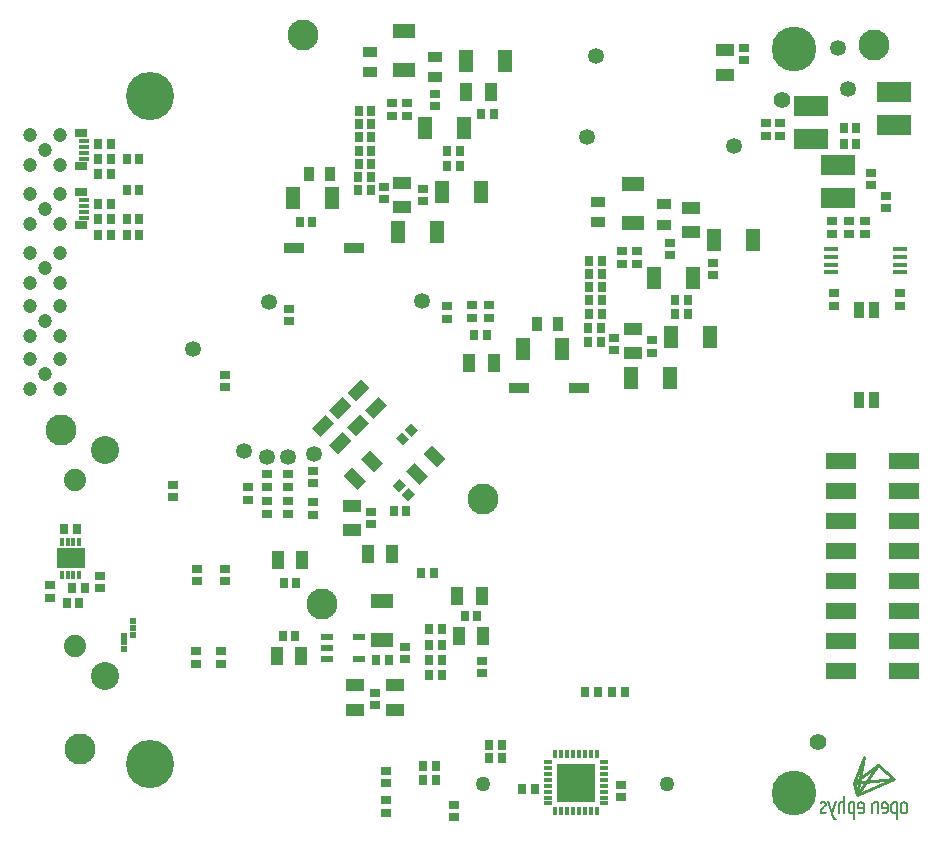
<source format=gbs>
G75*
%MOIN*%
%OFA0B0*%
%FSLAX25Y25*%
%IPPOS*%
%LPD*%
%AMOC8*
5,1,8,0,0,1.08239X$1,22.5*
%
%ADD10C,0.04724*%
%ADD11R,0.03015X0.03315*%
%ADD12R,0.03315X0.03015*%
%ADD13R,0.04115X0.06315*%
%ADD14R,0.05115X0.07715*%
%ADD15R,0.07715X0.05115*%
%ADD16R,0.04515X0.03815*%
%ADD17R,0.03815X0.04515*%
%ADD18C,0.16063*%
%ADD19C,0.07402*%
%ADD20C,0.09370*%
%ADD21R,0.06614X0.03307*%
%ADD22R,0.11315X0.06815*%
%ADD23R,0.06315X0.04115*%
%ADD24C,0.05315*%
%ADD25C,0.10315*%
%ADD26R,0.10315X0.05315*%
%ADD27R,0.04252X0.02480*%
%ADD28C,0.14915*%
%ADD29C,0.05515*%
%ADD30R,0.05039X0.01693*%
%ADD31C,0.05000*%
%ADD32R,0.12520X0.12520*%
%ADD33R,0.01299X0.02677*%
%ADD34R,0.02677X0.01299*%
%ADD35R,0.03307X0.05315*%
%ADD36R,0.03465X0.01496*%
%ADD37R,0.03858X0.02677*%
%ADD38R,0.02015X0.02015*%
%ADD39R,0.01299X0.03071*%
%ADD40R,0.09685X0.06811*%
%ADD41C,0.01083*%
%ADD42C,0.00709*%
D10*
X0053283Y0191079D03*
X0058283Y0196079D03*
X0063283Y0191079D03*
X0063283Y0201079D03*
X0063283Y0208795D03*
X0058283Y0213795D03*
X0053283Y0208795D03*
X0053283Y0201079D03*
X0053283Y0218795D03*
X0053283Y0226512D03*
X0058283Y0231512D03*
X0053283Y0236512D03*
X0063283Y0236512D03*
X0063283Y0246197D03*
X0058283Y0251197D03*
X0053283Y0246197D03*
X0053283Y0256197D03*
X0063283Y0256197D03*
X0063283Y0265882D03*
X0058283Y0270882D03*
X0053283Y0275882D03*
X0053283Y0265882D03*
X0063283Y0275882D03*
X0063283Y0226512D03*
X0063283Y0218795D03*
D11*
X0076262Y0242535D03*
X0080462Y0242535D03*
X0080462Y0247654D03*
X0076262Y0247654D03*
X0076262Y0252772D03*
X0080462Y0252772D03*
X0085711Y0257496D03*
X0089911Y0257496D03*
X0080462Y0262614D03*
X0076262Y0262614D03*
X0076262Y0267732D03*
X0080462Y0267732D03*
X0085711Y0267732D03*
X0089911Y0267732D03*
X0080462Y0272850D03*
X0076262Y0272850D03*
X0085711Y0247654D03*
X0089911Y0247654D03*
X0089911Y0242535D03*
X0085711Y0242535D03*
X0143349Y0246787D03*
X0147549Y0246787D03*
X0162876Y0257299D03*
X0167076Y0257299D03*
X0167076Y0261827D03*
X0162876Y0261827D03*
X0163059Y0266256D03*
X0167259Y0266256D03*
X0167266Y0270581D03*
X0163066Y0270581D03*
X0163073Y0275016D03*
X0167273Y0275016D03*
X0167273Y0279346D03*
X0163073Y0279346D03*
X0163073Y0283677D03*
X0167273Y0283677D03*
X0192601Y0270488D03*
X0196801Y0270488D03*
X0196801Y0265567D03*
X0192601Y0265567D03*
X0203821Y0282693D03*
X0208021Y0282693D03*
X0239845Y0233874D03*
X0244045Y0233874D03*
X0244045Y0229543D03*
X0239845Y0229543D03*
X0239845Y0225016D03*
X0244045Y0225016D03*
X0244045Y0220685D03*
X0239845Y0220685D03*
X0239845Y0216157D03*
X0244045Y0216157D03*
X0243651Y0211433D03*
X0239451Y0211433D03*
X0239451Y0206906D03*
X0243651Y0206906D03*
X0268585Y0215961D03*
X0272785Y0215961D03*
X0272785Y0220882D03*
X0268585Y0220882D03*
X0205659Y0209071D03*
X0201459Y0209071D03*
G36*
X0178398Y0177591D02*
X0180529Y0179722D01*
X0182872Y0177379D01*
X0180741Y0175248D01*
X0178398Y0177591D01*
G37*
G36*
X0175428Y0174621D02*
X0177559Y0176752D01*
X0179902Y0174409D01*
X0177771Y0172278D01*
X0175428Y0174621D01*
G37*
G36*
X0176590Y0161218D02*
X0178721Y0159087D01*
X0176378Y0156744D01*
X0174247Y0158875D01*
X0176590Y0161218D01*
G37*
G36*
X0179559Y0158248D02*
X0181690Y0156117D01*
X0179347Y0153774D01*
X0177216Y0155905D01*
X0179559Y0158248D01*
G37*
X0178887Y0150409D03*
X0174687Y0150409D03*
X0183743Y0129937D03*
X0187943Y0129937D03*
X0198309Y0115370D03*
X0202509Y0115370D03*
X0190698Y0111039D03*
X0186498Y0111039D03*
X0186498Y0105921D03*
X0190698Y0105921D03*
X0190698Y0100803D03*
X0186498Y0100803D03*
X0186498Y0095685D03*
X0190698Y0095685D03*
X0172982Y0100803D03*
X0168782Y0100803D03*
X0141880Y0108677D03*
X0137680Y0108677D03*
X0138073Y0126394D03*
X0142273Y0126394D03*
X0071801Y0124819D03*
X0067601Y0124819D03*
X0065632Y0119701D03*
X0069832Y0119701D03*
X0069045Y0144504D03*
X0064845Y0144504D03*
X0184530Y0065370D03*
X0188730Y0065370D03*
X0188730Y0060646D03*
X0184530Y0060646D03*
X0206577Y0068126D03*
X0210777Y0068126D03*
X0210777Y0072457D03*
X0206577Y0072457D03*
X0217601Y0057890D03*
X0221801Y0057890D03*
X0238467Y0090173D03*
X0242667Y0090173D03*
X0247522Y0090173D03*
X0251722Y0090173D03*
X0324687Y0272850D03*
X0328887Y0272850D03*
X0328887Y0277969D03*
X0324687Y0277969D03*
D12*
X0333737Y0263271D03*
X0333737Y0259071D03*
X0338735Y0255528D03*
X0338735Y0251328D03*
X0331906Y0246998D03*
X0331906Y0242798D03*
X0326394Y0242798D03*
X0326394Y0246998D03*
X0320882Y0246998D03*
X0320882Y0242798D03*
X0321276Y0222982D03*
X0321276Y0218782D03*
X0343323Y0218782D03*
X0343323Y0222982D03*
X0281118Y0229018D03*
X0281118Y0233218D03*
X0266748Y0235711D03*
X0266748Y0239911D03*
X0255724Y0236958D03*
X0255724Y0232758D03*
X0250803Y0232758D03*
X0250803Y0236958D03*
X0248047Y0208218D03*
X0248047Y0204018D03*
X0260843Y0203231D03*
X0260843Y0207431D03*
X0206315Y0214845D03*
X0206315Y0219045D03*
X0200803Y0219045D03*
X0200803Y0214845D03*
X0192535Y0214451D03*
X0192535Y0218651D03*
X0184359Y0253718D03*
X0184359Y0257918D03*
X0171381Y0258519D03*
X0171381Y0254319D03*
X0174125Y0282175D03*
X0179150Y0282168D03*
X0179150Y0286368D03*
X0174125Y0286375D03*
X0188591Y0285411D03*
X0188591Y0289611D03*
X0139780Y0217864D03*
X0139780Y0213664D03*
X0118520Y0195817D03*
X0118520Y0191617D03*
X0132299Y0162746D03*
X0139386Y0162746D03*
X0139386Y0158546D03*
X0139386Y0153691D03*
X0139386Y0149491D03*
X0132299Y0149491D03*
X0132299Y0153691D03*
X0132299Y0158546D03*
X0126000Y0158415D03*
X0126000Y0154215D03*
X0147654Y0153297D03*
X0147654Y0149097D03*
X0147654Y0159727D03*
X0147654Y0163927D03*
X0166945Y0150147D03*
X0166945Y0145947D03*
X0118520Y0131250D03*
X0118520Y0127050D03*
X0109071Y0127050D03*
X0109071Y0131250D03*
X0101197Y0155002D03*
X0101197Y0159202D03*
X0076787Y0128887D03*
X0076787Y0124687D03*
X0060252Y0125738D03*
X0060252Y0121538D03*
X0108677Y0103691D03*
X0116945Y0103691D03*
X0116945Y0099491D03*
X0108677Y0099491D03*
X0168520Y0089911D03*
X0168520Y0085711D03*
X0178362Y0101065D03*
X0178362Y0105265D03*
X0203953Y0100541D03*
X0203953Y0096341D03*
X0172063Y0063927D03*
X0172063Y0059727D03*
X0172063Y0054084D03*
X0172063Y0049884D03*
X0194898Y0048309D03*
X0194898Y0052509D03*
X0250409Y0055002D03*
X0250409Y0059202D03*
X0298835Y0275475D03*
X0303559Y0275475D03*
X0303559Y0279675D03*
X0298835Y0279675D03*
X0291354Y0300672D03*
X0291354Y0304872D03*
D13*
X0207027Y0290195D03*
X0198827Y0290195D03*
X0199853Y0199622D03*
X0208053Y0199622D03*
G36*
X0184662Y0169440D02*
X0187571Y0172349D01*
X0192034Y0167886D01*
X0189125Y0164977D01*
X0184662Y0169440D01*
G37*
G36*
X0178864Y0163642D02*
X0181773Y0166551D01*
X0186236Y0162088D01*
X0183327Y0159179D01*
X0178864Y0163642D01*
G37*
G36*
X0171168Y0166311D02*
X0168259Y0163402D01*
X0163796Y0167865D01*
X0166705Y0170774D01*
X0171168Y0166311D01*
G37*
G36*
X0165370Y0160513D02*
X0162461Y0157604D01*
X0157998Y0162067D01*
X0160907Y0164976D01*
X0165370Y0160513D01*
G37*
G36*
X0157629Y0176787D02*
X0160538Y0173878D01*
X0156075Y0169415D01*
X0153166Y0172324D01*
X0157629Y0176787D01*
G37*
G36*
X0163534Y0182692D02*
X0166443Y0179783D01*
X0161980Y0175320D01*
X0159071Y0178229D01*
X0163534Y0182692D01*
G37*
G36*
X0169440Y0188598D02*
X0172349Y0185689D01*
X0167886Y0181226D01*
X0164977Y0184135D01*
X0169440Y0188598D01*
G37*
G36*
X0163642Y0194396D02*
X0166551Y0191487D01*
X0162088Y0187024D01*
X0159179Y0189933D01*
X0163642Y0194396D01*
G37*
G36*
X0157736Y0188491D02*
X0160645Y0185582D01*
X0156182Y0181119D01*
X0153273Y0184028D01*
X0157736Y0188491D01*
G37*
G36*
X0151831Y0182585D02*
X0154740Y0179676D01*
X0150277Y0175213D01*
X0147368Y0178122D01*
X0151831Y0182585D01*
G37*
X0165994Y0136236D03*
X0174194Y0136236D03*
X0195916Y0122063D03*
X0204116Y0122063D03*
X0204509Y0108677D03*
X0196309Y0108677D03*
X0143880Y0101984D03*
X0135680Y0101984D03*
X0136073Y0134268D03*
X0144273Y0134268D03*
D14*
X0217728Y0204346D03*
X0230728Y0204346D03*
X0253752Y0194701D03*
X0266752Y0194701D03*
X0267138Y0208283D03*
X0280138Y0208283D03*
X0274429Y0228165D03*
X0261429Y0228165D03*
X0281311Y0240764D03*
X0294311Y0240764D03*
X0211634Y0300409D03*
X0198634Y0300409D03*
X0198051Y0277969D03*
X0185051Y0277969D03*
X0190760Y0256906D03*
X0203760Y0256906D03*
X0189193Y0243323D03*
X0176193Y0243323D03*
X0154146Y0254833D03*
X0141146Y0254833D03*
D15*
X0178165Y0297453D03*
X0178165Y0310453D03*
X0254543Y0259469D03*
X0254543Y0246469D03*
X0170882Y0120295D03*
X0170882Y0107295D03*
D16*
X0242929Y0246813D03*
X0242929Y0253613D03*
X0264780Y0252628D03*
X0264780Y0245828D03*
X0188598Y0295041D03*
X0188598Y0301841D03*
X0166846Y0303602D03*
X0166846Y0296802D03*
D17*
X0153310Y0262904D03*
X0146510Y0262904D03*
X0222600Y0212614D03*
X0229400Y0212614D03*
D18*
X0093323Y0066157D03*
X0093323Y0288795D03*
D19*
X0068520Y0160646D03*
X0068520Y0105528D03*
D20*
X0078362Y0095291D03*
X0078362Y0170882D03*
D21*
X0141354Y0238205D03*
X0161354Y0238205D03*
X0216551Y0191551D03*
X0236551Y0191551D03*
D22*
X0322850Y0254752D03*
X0322850Y0265752D03*
X0313795Y0274437D03*
X0313795Y0285437D03*
X0341354Y0290161D03*
X0341354Y0279161D03*
D23*
X0285055Y0295916D03*
X0285055Y0304116D03*
X0273638Y0251557D03*
X0273638Y0243357D03*
X0254346Y0211202D03*
X0254346Y0203002D03*
X0177575Y0251624D03*
X0177575Y0259824D03*
X0160646Y0152147D03*
X0160646Y0143947D03*
X0161827Y0092305D03*
X0161827Y0084105D03*
X0175213Y0084105D03*
X0175213Y0092305D03*
D24*
X0139386Y0168520D03*
X0132299Y0168520D03*
X0124819Y0170488D03*
X0148047Y0169307D03*
X0107890Y0204346D03*
X0133087Y0220094D03*
X0184268Y0220488D03*
X0238992Y0275213D03*
X0242142Y0301984D03*
X0288205Y0272063D03*
X0326000Y0290961D03*
X0322850Y0304740D03*
D25*
X0334661Y0305921D03*
X0144504Y0309071D03*
X0063795Y0177575D03*
X0150803Y0119307D03*
X0204346Y0154346D03*
X0070094Y0071276D03*
D26*
X0323638Y0097260D03*
X0323638Y0107260D03*
X0323638Y0117260D03*
X0323638Y0127260D03*
X0323638Y0137260D03*
X0323638Y0147260D03*
X0323638Y0157260D03*
X0323638Y0167260D03*
X0344898Y0167260D03*
X0344898Y0157260D03*
X0344898Y0147260D03*
X0344898Y0137260D03*
X0344898Y0127260D03*
X0344898Y0117260D03*
X0344898Y0107260D03*
X0344898Y0097260D03*
D27*
X0163205Y0101000D03*
X0163205Y0108480D03*
X0152575Y0108480D03*
X0152575Y0104740D03*
X0152575Y0101000D03*
D28*
X0308157Y0056331D03*
X0308157Y0304331D03*
D29*
X0304150Y0287381D03*
X0316157Y0073381D03*
D30*
X0320390Y0230035D03*
X0320390Y0232594D03*
X0320390Y0235154D03*
X0320390Y0237713D03*
X0343421Y0237713D03*
X0343421Y0235154D03*
X0343421Y0232594D03*
X0343421Y0230035D03*
D31*
X0265646Y0059465D03*
X0204465Y0059465D03*
D32*
X0235449Y0059858D03*
D33*
X0236433Y0050409D03*
X0234465Y0050409D03*
X0232496Y0050409D03*
X0230528Y0050409D03*
X0228559Y0050409D03*
X0238402Y0050409D03*
X0240370Y0050409D03*
X0242339Y0050409D03*
X0242339Y0069307D03*
X0240370Y0069307D03*
X0238402Y0069307D03*
X0236433Y0069307D03*
X0234465Y0069307D03*
X0232496Y0069307D03*
X0230528Y0069307D03*
X0228559Y0069307D03*
D34*
X0226000Y0066748D03*
X0226000Y0064780D03*
X0226000Y0062811D03*
X0226000Y0060843D03*
X0226000Y0058874D03*
X0226000Y0056906D03*
X0226000Y0054937D03*
X0226000Y0052969D03*
X0244898Y0052969D03*
X0244898Y0054937D03*
X0244898Y0056906D03*
X0244898Y0058874D03*
X0244898Y0060843D03*
X0244898Y0062811D03*
X0244898Y0064780D03*
X0244898Y0066748D03*
D35*
X0329799Y0187378D03*
X0334799Y0187378D03*
X0334799Y0217378D03*
X0329799Y0217378D03*
D36*
X0071276Y0248244D03*
X0071276Y0250213D03*
X0071276Y0252181D03*
X0071276Y0254150D03*
X0071276Y0267929D03*
X0071276Y0269898D03*
X0071276Y0271866D03*
X0071276Y0273835D03*
D37*
X0070291Y0276394D03*
X0070291Y0265370D03*
X0070291Y0256709D03*
X0070291Y0245685D03*
D38*
X0087811Y0113633D03*
X0087811Y0111433D03*
X0087811Y0109233D03*
X0084661Y0108909D03*
X0084661Y0106709D03*
X0084661Y0104509D03*
D39*
X0069898Y0129150D03*
X0067929Y0129150D03*
X0065961Y0129150D03*
X0063992Y0129150D03*
X0063992Y0140173D03*
X0065961Y0140173D03*
X0067929Y0140173D03*
X0069898Y0140173D03*
D40*
X0066945Y0134661D03*
D41*
X0327969Y0059858D02*
X0329150Y0055921D01*
X0336236Y0065764D01*
X0341354Y0061039D01*
X0327969Y0059858D01*
X0336236Y0065764D01*
X0331512Y0068520D02*
X0327969Y0059858D01*
X0329150Y0055921D02*
X0331512Y0068520D01*
X0341354Y0061039D02*
X0329150Y0055921D01*
D42*
X0328205Y0053323D02*
X0327024Y0053323D01*
X0326973Y0053321D01*
X0326923Y0053316D01*
X0326873Y0053307D01*
X0326824Y0053294D01*
X0326776Y0053278D01*
X0326729Y0053259D01*
X0326684Y0053236D01*
X0326641Y0053210D01*
X0326599Y0053182D01*
X0326560Y0053150D01*
X0326523Y0053115D01*
X0326488Y0053078D01*
X0326456Y0053039D01*
X0326428Y0052997D01*
X0326402Y0052954D01*
X0326379Y0052909D01*
X0326360Y0052862D01*
X0326344Y0052814D01*
X0326331Y0052765D01*
X0326322Y0052715D01*
X0326317Y0052665D01*
X0326315Y0052614D01*
X0326315Y0050567D01*
X0326317Y0050516D01*
X0326322Y0050466D01*
X0326331Y0050416D01*
X0326344Y0050367D01*
X0326360Y0050319D01*
X0326379Y0050272D01*
X0326402Y0050227D01*
X0326428Y0050184D01*
X0326456Y0050142D01*
X0326488Y0050103D01*
X0326523Y0050066D01*
X0326560Y0050031D01*
X0326599Y0049999D01*
X0326641Y0049971D01*
X0326684Y0049945D01*
X0326729Y0049922D01*
X0326776Y0049903D01*
X0326824Y0049887D01*
X0326873Y0049874D01*
X0326923Y0049865D01*
X0326973Y0049860D01*
X0327024Y0049858D01*
X0328205Y0049858D01*
X0328205Y0053323D01*
X0329465Y0052535D02*
X0329465Y0051591D01*
X0331118Y0051591D01*
X0331354Y0052614D02*
X0331354Y0050567D01*
X0331355Y0050567D02*
X0331353Y0050516D01*
X0331348Y0050466D01*
X0331339Y0050416D01*
X0331326Y0050367D01*
X0331310Y0050319D01*
X0331291Y0050272D01*
X0331268Y0050227D01*
X0331242Y0050184D01*
X0331214Y0050142D01*
X0331182Y0050103D01*
X0331147Y0050066D01*
X0331110Y0050031D01*
X0331071Y0049999D01*
X0331029Y0049971D01*
X0330986Y0049945D01*
X0330941Y0049922D01*
X0330894Y0049903D01*
X0330846Y0049887D01*
X0330797Y0049874D01*
X0330747Y0049865D01*
X0330697Y0049860D01*
X0330646Y0049858D01*
X0329937Y0049858D01*
X0329906Y0049860D01*
X0329876Y0049865D01*
X0329846Y0049873D01*
X0329817Y0049885D01*
X0329790Y0049900D01*
X0329765Y0049918D01*
X0329742Y0049939D01*
X0329721Y0049962D01*
X0329703Y0049987D01*
X0329688Y0050014D01*
X0329676Y0050043D01*
X0329668Y0050073D01*
X0329663Y0050103D01*
X0329661Y0050134D01*
X0328205Y0049819D02*
X0328205Y0047772D01*
X0324898Y0049898D02*
X0324898Y0055488D01*
X0324622Y0053323D02*
X0323717Y0053323D01*
X0323666Y0053321D01*
X0323616Y0053316D01*
X0323566Y0053307D01*
X0323517Y0053294D01*
X0323469Y0053278D01*
X0323422Y0053259D01*
X0323377Y0053236D01*
X0323334Y0053210D01*
X0323292Y0053182D01*
X0323253Y0053150D01*
X0323216Y0053115D01*
X0323181Y0053078D01*
X0323149Y0053039D01*
X0323121Y0052997D01*
X0323095Y0052954D01*
X0323072Y0052909D01*
X0323053Y0052862D01*
X0323037Y0052814D01*
X0323024Y0052765D01*
X0323015Y0052715D01*
X0323010Y0052665D01*
X0323008Y0052614D01*
X0322969Y0049858D01*
X0320803Y0049898D02*
X0322102Y0053677D01*
X0319583Y0053677D02*
X0321236Y0048362D01*
X0321276Y0048283D02*
X0321551Y0047890D01*
X0321906Y0047811D01*
X0322102Y0047811D01*
X0318677Y0050055D02*
X0318677Y0050134D01*
X0318677Y0050055D02*
X0318598Y0049937D01*
X0318402Y0049819D01*
X0318244Y0049740D01*
X0318205Y0049740D02*
X0317732Y0049740D01*
X0317681Y0049742D01*
X0317631Y0049747D01*
X0317581Y0049756D01*
X0317532Y0049769D01*
X0317484Y0049785D01*
X0317437Y0049804D01*
X0317392Y0049827D01*
X0317349Y0049853D01*
X0317307Y0049881D01*
X0317268Y0049913D01*
X0317231Y0049948D01*
X0317196Y0049985D01*
X0317164Y0050024D01*
X0317136Y0050066D01*
X0317110Y0050109D01*
X0317087Y0050154D01*
X0317068Y0050201D01*
X0317052Y0050249D01*
X0317039Y0050298D01*
X0317030Y0050348D01*
X0317025Y0050398D01*
X0317023Y0050449D01*
X0317024Y0050488D02*
X0317024Y0050685D01*
X0317063Y0050882D01*
X0317417Y0051236D01*
X0318047Y0051709D01*
X0317929Y0051630D02*
X0318559Y0052102D01*
X0318717Y0052339D01*
X0318756Y0052535D01*
X0318756Y0052732D01*
X0318756Y0052772D02*
X0318754Y0052823D01*
X0318749Y0052873D01*
X0318740Y0052923D01*
X0318727Y0052972D01*
X0318711Y0053020D01*
X0318692Y0053067D01*
X0318669Y0053112D01*
X0318643Y0053155D01*
X0318615Y0053197D01*
X0318583Y0053236D01*
X0318548Y0053273D01*
X0318511Y0053308D01*
X0318472Y0053340D01*
X0318430Y0053368D01*
X0318387Y0053394D01*
X0318342Y0053417D01*
X0318295Y0053436D01*
X0318247Y0053452D01*
X0318198Y0053465D01*
X0318148Y0053474D01*
X0318098Y0053479D01*
X0318047Y0053481D01*
X0318047Y0053480D02*
X0317575Y0053480D01*
X0317535Y0053480D02*
X0317378Y0053402D01*
X0317181Y0053283D01*
X0317102Y0053165D01*
X0317102Y0053087D01*
X0330173Y0053323D02*
X0330646Y0053323D01*
X0330697Y0053321D01*
X0330747Y0053316D01*
X0330797Y0053307D01*
X0330846Y0053294D01*
X0330894Y0053278D01*
X0330941Y0053259D01*
X0330986Y0053236D01*
X0331029Y0053210D01*
X0331071Y0053182D01*
X0331110Y0053150D01*
X0331147Y0053115D01*
X0331182Y0053078D01*
X0331214Y0053039D01*
X0331242Y0052997D01*
X0331268Y0052954D01*
X0331291Y0052909D01*
X0331310Y0052862D01*
X0331326Y0052814D01*
X0331339Y0052765D01*
X0331348Y0052715D01*
X0331353Y0052665D01*
X0331355Y0052614D01*
X0330173Y0053323D02*
X0330122Y0053321D01*
X0330072Y0053316D01*
X0330022Y0053307D01*
X0329973Y0053294D01*
X0329925Y0053278D01*
X0329878Y0053259D01*
X0329833Y0053236D01*
X0329790Y0053210D01*
X0329748Y0053182D01*
X0329709Y0053150D01*
X0329672Y0053115D01*
X0329637Y0053078D01*
X0329605Y0053039D01*
X0329577Y0052997D01*
X0329551Y0052954D01*
X0329528Y0052909D01*
X0329509Y0052862D01*
X0329493Y0052814D01*
X0329480Y0052765D01*
X0329471Y0052715D01*
X0329466Y0052665D01*
X0329464Y0052614D01*
X0334189Y0052614D02*
X0334189Y0049858D01*
X0336079Y0049858D02*
X0336079Y0053323D01*
X0334898Y0053323D01*
X0334847Y0053321D01*
X0334797Y0053316D01*
X0334747Y0053307D01*
X0334698Y0053294D01*
X0334650Y0053278D01*
X0334603Y0053259D01*
X0334558Y0053236D01*
X0334515Y0053210D01*
X0334473Y0053182D01*
X0334434Y0053150D01*
X0334397Y0053115D01*
X0334362Y0053078D01*
X0334330Y0053039D01*
X0334302Y0052997D01*
X0334276Y0052954D01*
X0334253Y0052909D01*
X0334234Y0052862D01*
X0334218Y0052814D01*
X0334205Y0052765D01*
X0334196Y0052715D01*
X0334191Y0052665D01*
X0334189Y0052614D01*
X0337417Y0052535D02*
X0337417Y0051591D01*
X0339071Y0051591D01*
X0339307Y0052614D02*
X0339307Y0050567D01*
X0339305Y0050516D01*
X0339300Y0050466D01*
X0339291Y0050416D01*
X0339278Y0050367D01*
X0339262Y0050319D01*
X0339243Y0050272D01*
X0339220Y0050227D01*
X0339194Y0050184D01*
X0339166Y0050142D01*
X0339134Y0050103D01*
X0339099Y0050066D01*
X0339062Y0050031D01*
X0339023Y0049999D01*
X0338981Y0049971D01*
X0338938Y0049945D01*
X0338893Y0049922D01*
X0338846Y0049903D01*
X0338798Y0049887D01*
X0338749Y0049874D01*
X0338699Y0049865D01*
X0338649Y0049860D01*
X0338598Y0049858D01*
X0337890Y0049858D01*
X0337859Y0049860D01*
X0337829Y0049865D01*
X0337799Y0049873D01*
X0337770Y0049885D01*
X0337743Y0049900D01*
X0337718Y0049918D01*
X0337695Y0049939D01*
X0337674Y0049962D01*
X0337656Y0049987D01*
X0337641Y0050014D01*
X0337629Y0050043D01*
X0337621Y0050073D01*
X0337616Y0050103D01*
X0337614Y0050134D01*
X0337417Y0052614D02*
X0337419Y0052665D01*
X0337424Y0052715D01*
X0337433Y0052765D01*
X0337446Y0052814D01*
X0337462Y0052862D01*
X0337481Y0052909D01*
X0337504Y0052954D01*
X0337530Y0052997D01*
X0337558Y0053039D01*
X0337590Y0053078D01*
X0337625Y0053115D01*
X0337662Y0053150D01*
X0337701Y0053182D01*
X0337743Y0053210D01*
X0337786Y0053236D01*
X0337831Y0053259D01*
X0337878Y0053278D01*
X0337926Y0053294D01*
X0337975Y0053307D01*
X0338025Y0053316D01*
X0338075Y0053321D01*
X0338126Y0053323D01*
X0338598Y0053323D01*
X0338649Y0053321D01*
X0338699Y0053316D01*
X0338749Y0053307D01*
X0338798Y0053294D01*
X0338846Y0053278D01*
X0338893Y0053259D01*
X0338938Y0053236D01*
X0338981Y0053210D01*
X0339023Y0053182D01*
X0339062Y0053150D01*
X0339099Y0053115D01*
X0339134Y0053078D01*
X0339166Y0053039D01*
X0339194Y0052997D01*
X0339220Y0052954D01*
X0339243Y0052909D01*
X0339262Y0052862D01*
X0339278Y0052814D01*
X0339291Y0052765D01*
X0339300Y0052715D01*
X0339305Y0052665D01*
X0339307Y0052614D01*
X0340606Y0052614D02*
X0340606Y0050567D01*
X0340608Y0050516D01*
X0340613Y0050466D01*
X0340622Y0050416D01*
X0340635Y0050367D01*
X0340651Y0050319D01*
X0340670Y0050272D01*
X0340693Y0050227D01*
X0340719Y0050184D01*
X0340747Y0050142D01*
X0340779Y0050103D01*
X0340814Y0050066D01*
X0340851Y0050031D01*
X0340890Y0049999D01*
X0340932Y0049971D01*
X0340975Y0049945D01*
X0341020Y0049922D01*
X0341067Y0049903D01*
X0341115Y0049887D01*
X0341164Y0049874D01*
X0341214Y0049865D01*
X0341264Y0049860D01*
X0341315Y0049858D01*
X0342496Y0049858D01*
X0342496Y0053323D01*
X0341315Y0053323D01*
X0341264Y0053321D01*
X0341214Y0053316D01*
X0341164Y0053307D01*
X0341115Y0053294D01*
X0341067Y0053278D01*
X0341020Y0053259D01*
X0340975Y0053236D01*
X0340932Y0053210D01*
X0340890Y0053182D01*
X0340851Y0053150D01*
X0340814Y0053115D01*
X0340779Y0053078D01*
X0340747Y0053039D01*
X0340719Y0052997D01*
X0340693Y0052954D01*
X0340670Y0052909D01*
X0340651Y0052862D01*
X0340635Y0052814D01*
X0340622Y0052765D01*
X0340613Y0052715D01*
X0340608Y0052665D01*
X0340606Y0052614D01*
X0343795Y0052614D02*
X0343795Y0050567D01*
X0343797Y0050516D01*
X0343802Y0050466D01*
X0343811Y0050416D01*
X0343824Y0050367D01*
X0343840Y0050319D01*
X0343859Y0050272D01*
X0343882Y0050227D01*
X0343908Y0050184D01*
X0343936Y0050142D01*
X0343968Y0050103D01*
X0344003Y0050066D01*
X0344040Y0050031D01*
X0344079Y0049999D01*
X0344121Y0049971D01*
X0344164Y0049945D01*
X0344209Y0049922D01*
X0344256Y0049903D01*
X0344304Y0049887D01*
X0344353Y0049874D01*
X0344403Y0049865D01*
X0344453Y0049860D01*
X0344504Y0049858D01*
X0344976Y0049858D01*
X0345027Y0049860D01*
X0345077Y0049865D01*
X0345127Y0049874D01*
X0345176Y0049887D01*
X0345224Y0049903D01*
X0345271Y0049922D01*
X0345316Y0049945D01*
X0345359Y0049971D01*
X0345401Y0049999D01*
X0345440Y0050031D01*
X0345477Y0050066D01*
X0345512Y0050103D01*
X0345544Y0050142D01*
X0345572Y0050184D01*
X0345598Y0050227D01*
X0345621Y0050272D01*
X0345640Y0050319D01*
X0345656Y0050367D01*
X0345669Y0050416D01*
X0345678Y0050466D01*
X0345683Y0050516D01*
X0345685Y0050567D01*
X0345685Y0052614D01*
X0345683Y0052665D01*
X0345678Y0052715D01*
X0345669Y0052765D01*
X0345656Y0052814D01*
X0345640Y0052862D01*
X0345621Y0052909D01*
X0345598Y0052954D01*
X0345572Y0052997D01*
X0345544Y0053039D01*
X0345512Y0053078D01*
X0345477Y0053115D01*
X0345440Y0053150D01*
X0345401Y0053182D01*
X0345359Y0053210D01*
X0345316Y0053236D01*
X0345271Y0053259D01*
X0345224Y0053278D01*
X0345176Y0053294D01*
X0345127Y0053307D01*
X0345077Y0053316D01*
X0345027Y0053321D01*
X0344976Y0053323D01*
X0344504Y0053323D01*
X0344453Y0053321D01*
X0344403Y0053316D01*
X0344353Y0053307D01*
X0344304Y0053294D01*
X0344256Y0053278D01*
X0344209Y0053259D01*
X0344164Y0053236D01*
X0344121Y0053210D01*
X0344079Y0053182D01*
X0344040Y0053150D01*
X0344003Y0053115D01*
X0343968Y0053078D01*
X0343936Y0053039D01*
X0343908Y0052997D01*
X0343882Y0052954D01*
X0343859Y0052909D01*
X0343840Y0052862D01*
X0343824Y0052814D01*
X0343811Y0052765D01*
X0343802Y0052715D01*
X0343797Y0052665D01*
X0343795Y0052614D01*
X0342496Y0049819D02*
X0342496Y0047772D01*
M02*

</source>
